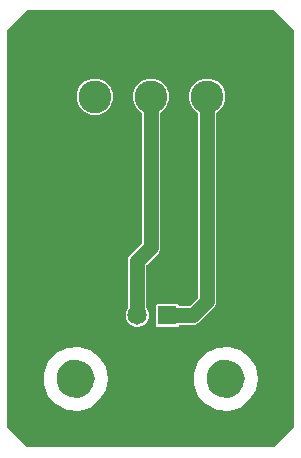
<source format=gbr>
G04 EAGLE Gerber RS-274X export*
G75*
%MOMM*%
%FSLAX34Y34*%
%LPD*%
%INTop Copper*%
%IPPOS*%
%AMOC8*
5,1,8,0,0,1.08239X$1,22.5*%
G01*
%ADD10C,2.775000*%
%ADD11R,1.650000X1.650000*%
%ADD12C,1.650000*%
%ADD13C,1.270000*%

G36*
X231460Y5603D02*
X231460Y5603D01*
X231551Y5611D01*
X231581Y5623D01*
X231612Y5628D01*
X231693Y5671D01*
X231777Y5707D01*
X231809Y5733D01*
X231830Y5744D01*
X231852Y5767D01*
X231908Y5812D01*
X248188Y22092D01*
X248241Y22166D01*
X248301Y22235D01*
X248313Y22266D01*
X248332Y22292D01*
X248359Y22379D01*
X248393Y22464D01*
X248397Y22504D01*
X248404Y22527D01*
X248403Y22559D01*
X248411Y22630D01*
X248411Y358370D01*
X248397Y358460D01*
X248389Y358551D01*
X248377Y358581D01*
X248372Y358613D01*
X248329Y358693D01*
X248293Y358777D01*
X248267Y358809D01*
X248256Y358830D01*
X248233Y358852D01*
X248188Y358908D01*
X231908Y375188D01*
X231834Y375241D01*
X231765Y375301D01*
X231734Y375313D01*
X231708Y375332D01*
X231621Y375359D01*
X231536Y375393D01*
X231496Y375397D01*
X231473Y375404D01*
X231441Y375403D01*
X231370Y375411D01*
X22630Y375411D01*
X22540Y375397D01*
X22449Y375389D01*
X22419Y375377D01*
X22388Y375372D01*
X22307Y375329D01*
X22223Y375293D01*
X22191Y375267D01*
X22170Y375256D01*
X22148Y375233D01*
X22092Y375188D01*
X5812Y358908D01*
X5759Y358834D01*
X5699Y358765D01*
X5687Y358734D01*
X5668Y358708D01*
X5641Y358621D01*
X5607Y358536D01*
X5603Y358496D01*
X5596Y358473D01*
X5597Y358441D01*
X5589Y358370D01*
X5589Y22630D01*
X5603Y22540D01*
X5611Y22449D01*
X5623Y22419D01*
X5628Y22388D01*
X5671Y22307D01*
X5707Y22223D01*
X5733Y22191D01*
X5744Y22170D01*
X5767Y22148D01*
X5812Y22092D01*
X22092Y5812D01*
X22166Y5759D01*
X22235Y5699D01*
X22266Y5687D01*
X22292Y5668D01*
X22379Y5641D01*
X22464Y5607D01*
X22504Y5603D01*
X22527Y5596D01*
X22559Y5597D01*
X22630Y5589D01*
X231370Y5589D01*
X231460Y5603D01*
G37*
%LPC*%
G36*
X132118Y107225D02*
X132118Y107225D01*
X131225Y108118D01*
X131225Y125882D01*
X132118Y126775D01*
X149882Y126775D01*
X150775Y125882D01*
X150775Y125636D01*
X150778Y125616D01*
X150776Y125597D01*
X150798Y125495D01*
X150814Y125393D01*
X150824Y125376D01*
X150828Y125356D01*
X150881Y125267D01*
X150930Y125176D01*
X150944Y125162D01*
X150954Y125145D01*
X151033Y125078D01*
X151108Y125006D01*
X151126Y124998D01*
X151141Y124985D01*
X151237Y124946D01*
X151331Y124903D01*
X151351Y124901D01*
X151369Y124893D01*
X151536Y124875D01*
X159423Y124875D01*
X159513Y124889D01*
X159604Y124897D01*
X159634Y124909D01*
X159666Y124914D01*
X159746Y124957D01*
X159830Y124993D01*
X159862Y125019D01*
X159883Y125030D01*
X159905Y125053D01*
X159961Y125098D01*
X166762Y131899D01*
X166815Y131973D01*
X166875Y132042D01*
X166887Y132072D01*
X166906Y132099D01*
X166933Y132186D01*
X166967Y132270D01*
X166971Y132311D01*
X166978Y132334D01*
X166977Y132366D01*
X166985Y132437D01*
X166985Y288245D01*
X166967Y288359D01*
X166949Y288476D01*
X166947Y288481D01*
X166946Y288487D01*
X166891Y288590D01*
X166838Y288695D01*
X166833Y288699D01*
X166830Y288705D01*
X166746Y288785D01*
X166662Y288867D01*
X166656Y288871D01*
X166652Y288874D01*
X166635Y288882D01*
X166515Y288948D01*
X166137Y289105D01*
X161805Y293437D01*
X159460Y299097D01*
X159460Y305223D01*
X161805Y310883D01*
X166137Y315215D01*
X171797Y317560D01*
X177923Y317560D01*
X183583Y315215D01*
X187915Y310883D01*
X190260Y305223D01*
X190260Y299097D01*
X187915Y293437D01*
X183583Y289105D01*
X183205Y288948D01*
X183106Y288887D01*
X183005Y288826D01*
X183001Y288822D01*
X182996Y288818D01*
X182922Y288729D01*
X182845Y288640D01*
X182843Y288634D01*
X182839Y288629D01*
X182797Y288521D01*
X182753Y288411D01*
X182752Y288404D01*
X182751Y288399D01*
X182750Y288381D01*
X182735Y288245D01*
X182735Y127294D01*
X181536Y124399D01*
X167461Y110324D01*
X164566Y109125D01*
X151536Y109125D01*
X151516Y109122D01*
X151497Y109124D01*
X151395Y109102D01*
X151293Y109086D01*
X151276Y109076D01*
X151256Y109072D01*
X151167Y109019D01*
X151076Y108970D01*
X151062Y108956D01*
X151045Y108946D01*
X150978Y108867D01*
X150906Y108792D01*
X150898Y108774D01*
X150885Y108759D01*
X150846Y108663D01*
X150803Y108569D01*
X150801Y108549D01*
X150793Y108531D01*
X150775Y108364D01*
X150775Y108118D01*
X149882Y107225D01*
X132118Y107225D01*
G37*
%LPD*%
%LPC*%
G36*
X113656Y107225D02*
X113656Y107225D01*
X110063Y108713D01*
X107313Y111463D01*
X105825Y115056D01*
X105825Y118944D01*
X107313Y122537D01*
X107502Y122726D01*
X107555Y122800D01*
X107615Y122869D01*
X107627Y122899D01*
X107646Y122926D01*
X107673Y123013D01*
X107707Y123097D01*
X107711Y123138D01*
X107718Y123161D01*
X107717Y123193D01*
X107725Y123264D01*
X107725Y164566D01*
X108924Y167461D01*
X119262Y177799D01*
X119315Y177873D01*
X119375Y177942D01*
X119387Y177972D01*
X119406Y177999D01*
X119433Y178086D01*
X119467Y178170D01*
X119471Y178211D01*
X119478Y178234D01*
X119477Y178266D01*
X119485Y178337D01*
X119485Y288245D01*
X119467Y288359D01*
X119449Y288476D01*
X119447Y288481D01*
X119446Y288487D01*
X119391Y288590D01*
X119338Y288695D01*
X119333Y288699D01*
X119330Y288705D01*
X119246Y288785D01*
X119162Y288867D01*
X119156Y288871D01*
X119152Y288874D01*
X119135Y288882D01*
X119015Y288948D01*
X118637Y289105D01*
X114305Y293437D01*
X111960Y299097D01*
X111960Y305223D01*
X114305Y310883D01*
X118637Y315215D01*
X124297Y317560D01*
X130423Y317560D01*
X136083Y315215D01*
X140415Y310883D01*
X142760Y305223D01*
X142760Y299097D01*
X140415Y293437D01*
X136083Y289105D01*
X135705Y288948D01*
X135606Y288887D01*
X135505Y288826D01*
X135501Y288822D01*
X135496Y288818D01*
X135422Y288729D01*
X135345Y288640D01*
X135343Y288634D01*
X135339Y288629D01*
X135297Y288521D01*
X135253Y288411D01*
X135252Y288404D01*
X135251Y288399D01*
X135250Y288381D01*
X135235Y288245D01*
X135235Y173194D01*
X134036Y170299D01*
X123698Y159961D01*
X123645Y159887D01*
X123585Y159818D01*
X123573Y159788D01*
X123554Y159761D01*
X123527Y159674D01*
X123493Y159590D01*
X123489Y159549D01*
X123482Y159526D01*
X123483Y159494D01*
X123475Y159423D01*
X123475Y123264D01*
X123489Y123174D01*
X123497Y123083D01*
X123509Y123053D01*
X123514Y123021D01*
X123557Y122941D01*
X123593Y122857D01*
X123619Y122825D01*
X123630Y122804D01*
X123653Y122782D01*
X123698Y122726D01*
X123887Y122537D01*
X125375Y118944D01*
X125375Y115056D01*
X123887Y111463D01*
X121137Y108713D01*
X117544Y107225D01*
X113656Y107225D01*
G37*
%LPD*%
%LPC*%
G36*
X183022Y37218D02*
X183022Y37218D01*
X174033Y41694D01*
X167267Y49115D01*
X163640Y58479D01*
X163640Y68521D01*
X167267Y77885D01*
X174033Y85306D01*
X183022Y89782D01*
X193021Y90709D01*
X202680Y87961D01*
X210694Y81909D01*
X215980Y73371D01*
X217826Y63500D01*
X215980Y53629D01*
X210694Y45091D01*
X202680Y39039D01*
X193021Y36291D01*
X183022Y37218D01*
G37*
%LPD*%
%LPC*%
G36*
X56022Y37218D02*
X56022Y37218D01*
X47033Y41694D01*
X40267Y49115D01*
X36640Y58479D01*
X36640Y68521D01*
X40267Y77885D01*
X47033Y85306D01*
X56022Y89782D01*
X66021Y90709D01*
X75680Y87961D01*
X83694Y81909D01*
X88980Y73371D01*
X90826Y63500D01*
X88980Y53629D01*
X83694Y45091D01*
X75680Y39039D01*
X66021Y36291D01*
X56022Y37218D01*
G37*
%LPD*%
G36*
X65065Y47423D02*
X65065Y47423D01*
X65096Y47425D01*
X65108Y47430D01*
X65129Y47433D01*
X70573Y48982D01*
X70624Y49006D01*
X70679Y49021D01*
X70767Y49074D01*
X70795Y49087D01*
X70805Y49096D01*
X70823Y49107D01*
X75339Y52518D01*
X75379Y52559D01*
X75424Y52592D01*
X75488Y52673D01*
X75509Y52696D01*
X75515Y52708D01*
X75528Y52724D01*
X78507Y57536D01*
X78529Y57589D01*
X78560Y57637D01*
X78589Y57735D01*
X78601Y57763D01*
X78602Y57777D01*
X78608Y57797D01*
X79648Y63360D01*
X79650Y63417D01*
X79661Y63473D01*
X79653Y63575D01*
X79654Y63606D01*
X79650Y63619D01*
X79648Y63640D01*
X78608Y69203D01*
X78589Y69256D01*
X78579Y69312D01*
X78535Y69405D01*
X78525Y69434D01*
X78516Y69445D01*
X78507Y69464D01*
X75528Y74276D01*
X75491Y74319D01*
X75461Y74367D01*
X75387Y74438D01*
X75366Y74461D01*
X75355Y74468D01*
X75339Y74482D01*
X70823Y77893D01*
X70773Y77919D01*
X70728Y77954D01*
X70633Y77993D01*
X70605Y78008D01*
X70592Y78010D01*
X70573Y78018D01*
X65129Y79567D01*
X65073Y79573D01*
X65018Y79589D01*
X64916Y79591D01*
X64885Y79595D01*
X64872Y79592D01*
X64851Y79592D01*
X59215Y79070D01*
X59160Y79056D01*
X59104Y79051D01*
X59007Y79016D01*
X58977Y79008D01*
X58966Y79001D01*
X58946Y78994D01*
X53880Y76471D01*
X53834Y76438D01*
X53783Y76413D01*
X53706Y76345D01*
X53681Y76327D01*
X53673Y76316D01*
X53657Y76302D01*
X49844Y72120D01*
X49813Y72072D01*
X49774Y72031D01*
X49727Y71940D01*
X49710Y71914D01*
X49707Y71901D01*
X49697Y71882D01*
X47652Y66605D01*
X47641Y66549D01*
X47619Y66496D01*
X47608Y66394D01*
X47602Y66364D01*
X47603Y66351D01*
X47601Y66330D01*
X47601Y60670D01*
X47610Y60614D01*
X47609Y60557D01*
X47636Y60458D01*
X47641Y60428D01*
X47647Y60416D01*
X47652Y60395D01*
X49697Y55118D01*
X49726Y55069D01*
X49745Y55016D01*
X49806Y54933D01*
X49822Y54906D01*
X49832Y54897D01*
X49844Y54880D01*
X53657Y50698D01*
X53701Y50662D01*
X53739Y50620D01*
X53825Y50564D01*
X53850Y50545D01*
X53862Y50541D01*
X53880Y50529D01*
X58946Y48006D01*
X59001Y47990D01*
X59051Y47964D01*
X59152Y47943D01*
X59181Y47934D01*
X59195Y47934D01*
X59215Y47930D01*
X64851Y47408D01*
X64907Y47412D01*
X64964Y47406D01*
X65065Y47423D01*
G37*
G36*
X192065Y47423D02*
X192065Y47423D01*
X192096Y47425D01*
X192108Y47430D01*
X192129Y47433D01*
X197573Y48982D01*
X197624Y49006D01*
X197679Y49021D01*
X197767Y49074D01*
X197795Y49087D01*
X197805Y49096D01*
X197823Y49107D01*
X202339Y52518D01*
X202379Y52559D01*
X202424Y52592D01*
X202488Y52673D01*
X202509Y52696D01*
X202515Y52708D01*
X202528Y52724D01*
X205507Y57536D01*
X205529Y57589D01*
X205560Y57637D01*
X205589Y57735D01*
X205601Y57763D01*
X205602Y57777D01*
X205608Y57797D01*
X206648Y63360D01*
X206650Y63417D01*
X206661Y63473D01*
X206653Y63575D01*
X206654Y63606D01*
X206650Y63619D01*
X206648Y63640D01*
X205608Y69203D01*
X205589Y69256D01*
X205579Y69312D01*
X205535Y69405D01*
X205525Y69434D01*
X205516Y69445D01*
X205507Y69464D01*
X202528Y74276D01*
X202491Y74319D01*
X202461Y74367D01*
X202387Y74438D01*
X202366Y74461D01*
X202355Y74468D01*
X202339Y74482D01*
X197823Y77893D01*
X197773Y77919D01*
X197728Y77954D01*
X197633Y77993D01*
X197605Y78008D01*
X197592Y78010D01*
X197573Y78018D01*
X192129Y79567D01*
X192073Y79573D01*
X192018Y79589D01*
X191916Y79591D01*
X191885Y79595D01*
X191872Y79592D01*
X191851Y79592D01*
X186215Y79070D01*
X186160Y79056D01*
X186104Y79051D01*
X186007Y79016D01*
X185977Y79008D01*
X185966Y79001D01*
X185946Y78994D01*
X180880Y76471D01*
X180834Y76438D01*
X180783Y76413D01*
X180706Y76345D01*
X180681Y76327D01*
X180673Y76316D01*
X180657Y76302D01*
X176844Y72120D01*
X176813Y72072D01*
X176774Y72031D01*
X176727Y71940D01*
X176710Y71914D01*
X176707Y71901D01*
X176697Y71882D01*
X174652Y66605D01*
X174641Y66549D01*
X174619Y66496D01*
X174608Y66394D01*
X174602Y66364D01*
X174603Y66351D01*
X174601Y66330D01*
X174601Y60670D01*
X174610Y60614D01*
X174609Y60557D01*
X174636Y60458D01*
X174641Y60428D01*
X174647Y60416D01*
X174652Y60395D01*
X176697Y55118D01*
X176726Y55069D01*
X176745Y55016D01*
X176806Y54933D01*
X176822Y54906D01*
X176832Y54897D01*
X176844Y54880D01*
X180657Y50698D01*
X180701Y50662D01*
X180739Y50620D01*
X180825Y50564D01*
X180850Y50545D01*
X180862Y50541D01*
X180880Y50529D01*
X185946Y48006D01*
X186001Y47990D01*
X186051Y47964D01*
X186152Y47943D01*
X186181Y47934D01*
X186195Y47934D01*
X186215Y47930D01*
X191851Y47408D01*
X191907Y47412D01*
X191964Y47406D01*
X192065Y47423D01*
G37*
%LPC*%
G36*
X76797Y286760D02*
X76797Y286760D01*
X71137Y289105D01*
X66805Y293437D01*
X64460Y299097D01*
X64460Y305223D01*
X66805Y310883D01*
X71137Y315215D01*
X76797Y317560D01*
X82923Y317560D01*
X88583Y315215D01*
X92915Y310883D01*
X95260Y305223D01*
X95260Y299097D01*
X92915Y293437D01*
X88583Y289105D01*
X82923Y286760D01*
X76797Y286760D01*
G37*
%LPD*%
D10*
X174860Y302160D03*
X79860Y302160D03*
X127360Y302160D03*
D11*
X141000Y117000D03*
D12*
X115600Y117000D03*
D13*
X174860Y128860D02*
X174860Y302160D01*
X174860Y128860D02*
X163000Y117000D01*
X141000Y117000D01*
X127360Y174760D02*
X127360Y302160D01*
X127360Y174760D02*
X115600Y163000D01*
X115600Y117000D01*
M02*

</source>
